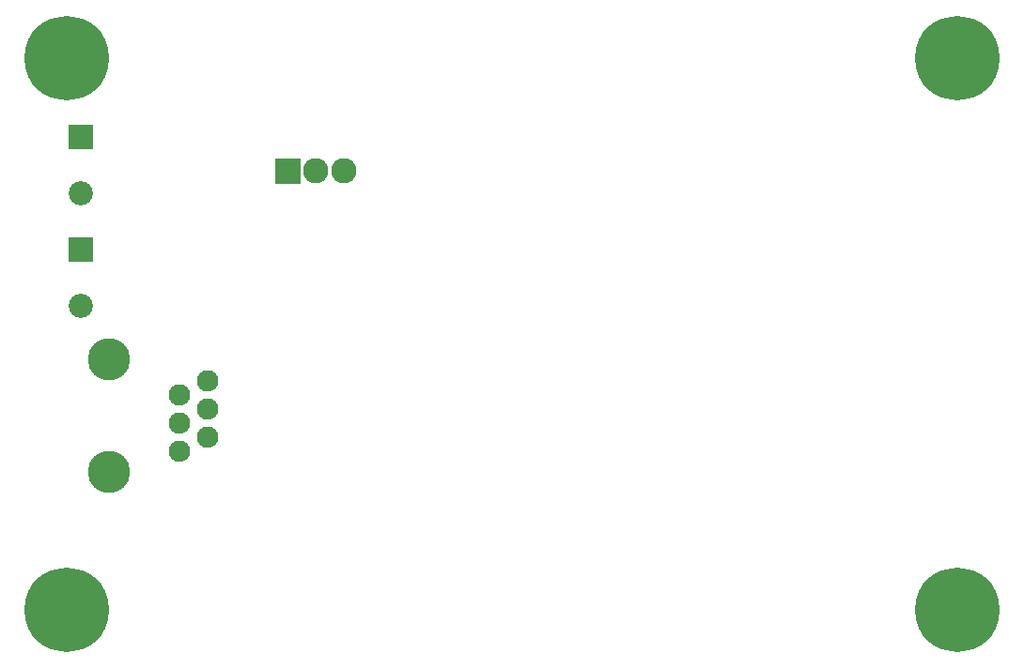
<source format=gbr>
G04 start of page 7 for group -4062 idx -4062 *
G04 Title: (unknown), soldermask *
G04 Creator: pcb 20140316 *
G04 CreationDate: Wed 03 Jan 2018 04:45:06 AM GMT UTC *
G04 For: railfan *
G04 Format: Gerber/RS-274X *
G04 PCB-Dimensions (mil): 3500.00 2300.00 *
G04 PCB-Coordinate-Origin: lower left *
%MOIN*%
%FSLAX25Y25*%
%LNBOTTOMMASK*%
%ADD85C,0.0860*%
%ADD84C,0.1500*%
%ADD83C,0.2997*%
%ADD82C,0.0001*%
%ADD81C,0.0900*%
%ADD80C,0.0760*%
G54D80*X67000Y98500D03*
X57000Y93500D03*
X67000Y88500D03*
X57000Y83500D03*
G54D81*X115500Y173000D03*
X105500D03*
G54D82*G36*
X91000Y177500D02*Y168500D01*
X100000D01*
Y177500D01*
X91000D01*
G37*
G54D83*X333000Y213000D03*
G54D80*X67000Y78500D03*
X57000Y73500D03*
G54D84*X32000Y106000D03*
G54D83*X17000Y213000D03*
G54D82*G36*
X17700Y149300D02*Y140700D01*
X26300D01*
Y149300D01*
X17700D01*
G37*
G54D85*X22000Y125000D03*
G54D82*G36*
X17700Y189300D02*Y180700D01*
X26300D01*
Y189300D01*
X17700D01*
G37*
G54D85*X22000Y165000D03*
G54D84*X32000Y66000D03*
G54D83*X17000Y17000D03*
X333000D03*
M02*

</source>
